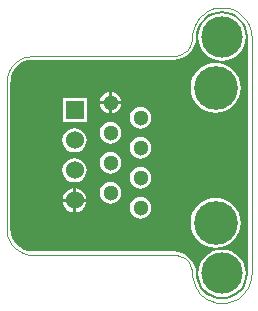
<source format=gbl>
G04*
G04 #@! TF.GenerationSoftware,Altium Limited,Altium Designer,18.1.7 (191)*
G04*
G04 Layer_Physical_Order=2*
G04 Layer_Color=16711680*
%FSLAX44Y44*%
%MOMM*%
G71*
G01*
G75*
%ADD16C,0.1000*%
%ADD17C,1.3000*%
%ADD18C,3.7000*%
%ADD19C,3.5000*%
%ADD20R,1.5240X1.5240*%
%ADD21C,1.5240*%
G36*
X185987Y254486D02*
X190126Y253231D01*
X193940Y251192D01*
X197283Y248449D01*
X200026Y245106D01*
X202064Y241292D01*
X203320Y237154D01*
X203627Y234033D01*
X203418Y232850D01*
X203418D01*
X203678Y232688D01*
Y34052D01*
X203678Y33012D01*
X203418Y32850D01*
X203418D01*
X203665Y32254D01*
X203622Y31614D01*
X203320Y28546D01*
X202064Y24408D01*
X200026Y20594D01*
X197283Y17251D01*
X193940Y14508D01*
X190126Y12469D01*
X185987Y11214D01*
X181684Y10790D01*
X177380Y11214D01*
X173242Y12469D01*
X169428Y14508D01*
X166085Y17251D01*
X163342Y20594D01*
X161303Y24408D01*
X160048Y28546D01*
X159747Y31602D01*
X159694Y32850D01*
X159694D01*
X159332Y36518D01*
X158262Y40045D01*
X156525Y43296D01*
X154186Y46146D01*
X151337Y48484D01*
X148086Y50222D01*
X144559Y51292D01*
X142115Y51532D01*
X142009Y51543D01*
X140891Y51909D01*
X140886Y51650D01*
X139664Y51622D01*
X21274D01*
X21198Y51607D01*
X17625Y51959D01*
X14117Y53023D01*
X10884Y54751D01*
X8051Y57077D01*
X5725Y59910D01*
X3997Y63144D01*
X2932Y66652D01*
X2581Y70224D01*
X2596Y70300D01*
Y194889D01*
X2763Y195711D01*
X2883Y196000D01*
X2924Y196320D01*
X2924Y196321D01*
X2849Y196502D01*
X2797Y197270D01*
X2932Y198648D01*
X3997Y202156D01*
X5725Y205389D01*
X8051Y208223D01*
X10884Y210549D01*
X14117Y212277D01*
X17625Y213341D01*
X18683Y213445D01*
X19953Y213391D01*
X20498Y213617D01*
X21214Y213678D01*
X140491D01*
Y213645D01*
X144237Y214014D01*
X147840Y215107D01*
X151160Y216882D01*
X154071Y219270D01*
X156459Y222180D01*
X158234Y225501D01*
X159327Y229103D01*
X159696Y232850D01*
X159696D01*
X159747Y234099D01*
X160048Y237154D01*
X161303Y241292D01*
X163342Y245106D01*
X166085Y248449D01*
X169428Y251192D01*
X173242Y253231D01*
X177380Y254486D01*
X181684Y254910D01*
X185987Y254486D01*
D02*
G37*
%LPC*%
G36*
X181684Y252987D02*
X177755Y252600D01*
X173978Y251454D01*
X170496Y249593D01*
X167445Y247089D01*
X164941Y244037D01*
X163080Y240556D01*
X161934Y236779D01*
X161547Y232850D01*
X161934Y228922D01*
X163080Y225144D01*
X164941Y221663D01*
X167445Y218611D01*
X170496Y216107D01*
X173978Y214246D01*
X177755Y213100D01*
X181684Y212713D01*
X185612Y213100D01*
X189390Y214246D01*
X192871Y216107D01*
X195923Y218611D01*
X198427Y221663D01*
X200288Y225144D01*
X201434Y228922D01*
X201821Y232850D01*
X201434Y236779D01*
X200288Y240556D01*
X198427Y244037D01*
X195923Y247089D01*
X192871Y249593D01*
X189390Y251454D01*
X185612Y252600D01*
X181684Y252987D01*
D02*
G37*
G36*
X88644Y186251D02*
Y178570D01*
X96325D01*
X96181Y179660D01*
X95270Y181859D01*
X93821Y183747D01*
X91933Y185196D01*
X89734Y186107D01*
X88644Y186251D01*
D02*
G37*
G36*
X86104D02*
X85014Y186107D01*
X82815Y185196D01*
X80927Y183747D01*
X79477Y181859D01*
X78566Y179660D01*
X78423Y178570D01*
X86104D01*
Y186251D01*
D02*
G37*
G36*
X176274Y211142D02*
X172149Y210736D01*
X168183Y209533D01*
X164528Y207579D01*
X161324Y204949D01*
X158695Y201746D01*
X156741Y198091D01*
X155538Y194125D01*
X155132Y190000D01*
X155538Y185875D01*
X156741Y181909D01*
X158695Y178254D01*
X161324Y175051D01*
X164528Y172421D01*
X168183Y170467D01*
X172149Y169264D01*
X176274Y168858D01*
X180398Y169264D01*
X184364Y170467D01*
X188020Y172421D01*
X191223Y175051D01*
X193853Y178254D01*
X195806Y181909D01*
X197009Y185875D01*
X197416Y190000D01*
X197009Y194125D01*
X195806Y198091D01*
X193853Y201746D01*
X191223Y204949D01*
X188020Y207579D01*
X184364Y209533D01*
X180398Y210736D01*
X176274Y211142D01*
D02*
G37*
G36*
X96325Y176030D02*
X88644D01*
Y168349D01*
X89734Y168493D01*
X91933Y169404D01*
X93821Y170853D01*
X95270Y172741D01*
X96181Y174940D01*
X96325Y176030D01*
D02*
G37*
G36*
X86104D02*
X78423D01*
X78566Y174940D01*
X79477Y172741D01*
X80927Y170853D01*
X82815Y169404D01*
X85014Y168493D01*
X86104Y168349D01*
Y176030D01*
D02*
G37*
G36*
X67054Y181110D02*
X46734D01*
Y160790D01*
X67054D01*
Y181110D01*
D02*
G37*
G36*
X112774Y173718D02*
X110414Y173407D01*
X108215Y172496D01*
X106327Y171047D01*
X104877Y169159D01*
X103967Y166960D01*
X103656Y164600D01*
X103967Y162240D01*
X104877Y160041D01*
X106327Y158153D01*
X108215Y156704D01*
X110414Y155793D01*
X112774Y155482D01*
X115134Y155793D01*
X117333Y156704D01*
X119221Y158153D01*
X120670Y160041D01*
X121581Y162240D01*
X121892Y164600D01*
X121581Y166960D01*
X120670Y169159D01*
X119221Y171047D01*
X117333Y172496D01*
X115134Y173407D01*
X112774Y173718D01*
D02*
G37*
G36*
X87374Y161018D02*
X85014Y160707D01*
X82815Y159796D01*
X80927Y158347D01*
X79477Y156459D01*
X78566Y154260D01*
X78256Y151900D01*
X78566Y149540D01*
X79477Y147341D01*
X80927Y145453D01*
X82815Y144004D01*
X85014Y143093D01*
X87374Y142782D01*
X89734Y143093D01*
X91933Y144004D01*
X93821Y145453D01*
X95270Y147341D01*
X96181Y149540D01*
X96492Y151900D01*
X96181Y154260D01*
X95270Y156459D01*
X93821Y158347D01*
X91933Y159796D01*
X89734Y160707D01*
X87374Y161018D01*
D02*
G37*
G36*
X56894Y155798D02*
X54241Y155449D01*
X51770Y154425D01*
X49648Y152796D01*
X48019Y150674D01*
X46995Y148202D01*
X46646Y145550D01*
X46995Y142898D01*
X48019Y140426D01*
X49648Y138304D01*
X51770Y136675D01*
X54241Y135652D01*
X56894Y135302D01*
X59546Y135652D01*
X62018Y136675D01*
X64140Y138304D01*
X65769Y140426D01*
X66792Y142898D01*
X67141Y145550D01*
X66792Y148202D01*
X65769Y150674D01*
X64140Y152796D01*
X62018Y154425D01*
X59546Y155449D01*
X56894Y155798D01*
D02*
G37*
G36*
X112774Y148318D02*
X110414Y148007D01*
X108215Y147096D01*
X106327Y145647D01*
X104877Y143759D01*
X103967Y141560D01*
X103656Y139200D01*
X103967Y136840D01*
X104877Y134641D01*
X106327Y132753D01*
X108215Y131304D01*
X110414Y130393D01*
X112774Y130082D01*
X115134Y130393D01*
X117333Y131304D01*
X119221Y132753D01*
X120670Y134641D01*
X121581Y136840D01*
X121892Y139200D01*
X121581Y141560D01*
X120670Y143759D01*
X119221Y145647D01*
X117333Y147096D01*
X115134Y148007D01*
X112774Y148318D01*
D02*
G37*
G36*
X87374Y135618D02*
X85014Y135307D01*
X82815Y134396D01*
X80927Y132947D01*
X79477Y131059D01*
X78566Y128860D01*
X78256Y126500D01*
X78566Y124140D01*
X79477Y121941D01*
X80927Y120053D01*
X82815Y118604D01*
X85014Y117693D01*
X87374Y117382D01*
X89734Y117693D01*
X91933Y118604D01*
X93821Y120053D01*
X95270Y121941D01*
X96181Y124140D01*
X96492Y126500D01*
X96181Y128860D01*
X95270Y131059D01*
X93821Y132947D01*
X91933Y134396D01*
X89734Y135307D01*
X87374Y135618D01*
D02*
G37*
G36*
X56894Y130398D02*
X54241Y130049D01*
X51770Y129025D01*
X49648Y127396D01*
X48019Y125274D01*
X46995Y122802D01*
X46646Y120150D01*
X46995Y117498D01*
X48019Y115026D01*
X49648Y112904D01*
X51770Y111275D01*
X54241Y110252D01*
X56894Y109902D01*
X59546Y110252D01*
X62018Y111275D01*
X64140Y112904D01*
X65769Y115026D01*
X66792Y117498D01*
X67141Y120150D01*
X66792Y122802D01*
X65769Y125274D01*
X64140Y127396D01*
X62018Y129025D01*
X59546Y130049D01*
X56894Y130398D01*
D02*
G37*
G36*
X112774Y122918D02*
X110414Y122607D01*
X108215Y121696D01*
X106327Y120247D01*
X104877Y118359D01*
X103967Y116160D01*
X103656Y113800D01*
X103967Y111440D01*
X104877Y109241D01*
X106327Y107353D01*
X108215Y105904D01*
X110414Y104993D01*
X112774Y104682D01*
X115134Y104993D01*
X117333Y105904D01*
X119221Y107353D01*
X120670Y109241D01*
X121581Y111440D01*
X121892Y113800D01*
X121581Y116160D01*
X120670Y118359D01*
X119221Y120247D01*
X117333Y121696D01*
X115134Y122607D01*
X112774Y122918D01*
D02*
G37*
G36*
X58164Y104831D02*
Y96020D01*
X66974D01*
X66792Y97402D01*
X65769Y99874D01*
X64140Y101996D01*
X62018Y103625D01*
X59546Y104649D01*
X58164Y104831D01*
D02*
G37*
G36*
X55624D02*
X54241Y104649D01*
X51770Y103625D01*
X49648Y101996D01*
X48019Y99874D01*
X46995Y97402D01*
X46813Y96020D01*
X55624D01*
Y104831D01*
D02*
G37*
G36*
X87374Y110218D02*
X85014Y109907D01*
X82815Y108996D01*
X80927Y107547D01*
X79477Y105659D01*
X78566Y103460D01*
X78256Y101100D01*
X78566Y98740D01*
X79477Y96541D01*
X80927Y94653D01*
X82815Y93204D01*
X85014Y92293D01*
X87374Y91982D01*
X89734Y92293D01*
X91933Y93204D01*
X93821Y94653D01*
X95270Y96541D01*
X96181Y98740D01*
X96492Y101100D01*
X96181Y103460D01*
X95270Y105659D01*
X93821Y107547D01*
X91933Y108996D01*
X89734Y109907D01*
X87374Y110218D01*
D02*
G37*
G36*
X66974Y93480D02*
X58164D01*
Y84670D01*
X59546Y84852D01*
X62018Y85875D01*
X64140Y87504D01*
X65769Y89626D01*
X66792Y92098D01*
X66974Y93480D01*
D02*
G37*
G36*
X55624D02*
X46813D01*
X46995Y92098D01*
X48019Y89626D01*
X49648Y87504D01*
X51770Y85875D01*
X54241Y84852D01*
X55624Y84670D01*
Y93480D01*
D02*
G37*
G36*
X112774Y97518D02*
X110414Y97207D01*
X108215Y96296D01*
X106327Y94847D01*
X104877Y92959D01*
X103967Y90760D01*
X103656Y88400D01*
X103967Y86040D01*
X104877Y83841D01*
X106327Y81953D01*
X108215Y80504D01*
X110414Y79593D01*
X112774Y79282D01*
X115134Y79593D01*
X117333Y80504D01*
X119221Y81953D01*
X120670Y83841D01*
X121581Y86040D01*
X121892Y88400D01*
X121581Y90760D01*
X120670Y92959D01*
X119221Y94847D01*
X117333Y96296D01*
X115134Y97207D01*
X112774Y97518D01*
D02*
G37*
G36*
X176274Y96842D02*
X172149Y96436D01*
X168183Y95232D01*
X164528Y93279D01*
X161324Y90649D01*
X158695Y87446D01*
X156741Y83791D01*
X155538Y79825D01*
X155132Y75700D01*
X155538Y71575D01*
X156741Y67609D01*
X158695Y63954D01*
X161324Y60750D01*
X164528Y58121D01*
X168183Y56167D01*
X172149Y54964D01*
X176274Y54558D01*
X180398Y54964D01*
X184364Y56167D01*
X188020Y58121D01*
X191223Y60750D01*
X193853Y63954D01*
X195806Y67609D01*
X197009Y71575D01*
X197416Y75700D01*
X197009Y79825D01*
X195806Y83791D01*
X193853Y87446D01*
X191223Y90649D01*
X188020Y93279D01*
X184364Y95232D01*
X180398Y96436D01*
X176274Y96842D01*
D02*
G37*
G36*
X181684Y52987D02*
X177755Y52600D01*
X173978Y51454D01*
X170496Y49593D01*
X167445Y47089D01*
X164941Y44037D01*
X163080Y40556D01*
X161934Y36779D01*
X161547Y32850D01*
X161934Y28921D01*
X163080Y25144D01*
X164941Y21662D01*
X167445Y18611D01*
X170496Y16107D01*
X173978Y14246D01*
X177755Y13100D01*
X181684Y12713D01*
X185612Y13100D01*
X189390Y14246D01*
X192871Y16107D01*
X195923Y18611D01*
X198427Y21662D01*
X200288Y25144D01*
X201434Y28921D01*
X201821Y32850D01*
X201434Y36779D01*
X200288Y40556D01*
X198427Y44037D01*
X195923Y47089D01*
X192871Y49593D01*
X189390Y51454D01*
X185612Y52600D01*
X181684Y52987D01*
D02*
G37*
%LPD*%
D16*
X-504Y70300D02*
X-345Y67675D01*
X129Y65088D01*
X911Y62578D01*
X1991Y60179D01*
X3351Y57929D01*
X4973Y55859D01*
X6833Y53999D01*
X8903Y52377D01*
X11153Y51017D01*
X13551Y49938D01*
X16062Y49155D01*
X18649Y48681D01*
X21274Y48522D01*
X140886D02*
X140891Y48522D01*
X156563Y32850D02*
X156370Y35302D01*
X155796Y37693D01*
X154855Y39965D01*
X153570Y42062D01*
X151973Y43932D01*
X150103Y45529D01*
X148006Y46814D01*
X145734Y47755D01*
X143343Y48329D01*
X140891Y48522D01*
X156563Y32850D02*
X156692Y30309D01*
X157077Y27793D01*
X157715Y25330D01*
X158599Y22943D01*
X159720Y20659D01*
X161066Y18499D01*
X162623Y16487D01*
X164377Y14643D01*
X166307Y12985D01*
X168396Y11531D01*
X170621Y10296D01*
X172959Y9293D01*
X175387Y8531D01*
X177880Y8019D01*
X180412Y7762D01*
X182956D01*
X185488Y8019D01*
X187980Y8531D01*
X190408Y9293D01*
X192747Y10297D01*
X194972Y11531D01*
X197060Y12985D01*
X198991Y14643D01*
X200744Y16487D01*
X202302Y18499D01*
X203648Y20659D01*
X204769Y22944D01*
X205653Y25330D01*
X206290Y27793D01*
X206676Y30309D01*
X206805Y32850D01*
X206778Y33012D01*
Y232688D02*
X206805Y232850D01*
X206676Y235391D01*
X206290Y237907D01*
X205653Y240370D01*
X204769Y242757D01*
X203648Y245041D01*
X202302Y247201D01*
X200744Y249213D01*
X198991Y251057D01*
X197060Y252715D01*
X194972Y254168D01*
X192747Y255403D01*
X190408Y256407D01*
X187980Y257169D01*
X185488Y257681D01*
X182956Y257938D01*
X180411D01*
X177880Y257681D01*
X175387Y257169D01*
X172959Y256407D01*
X170621Y255403D01*
X168396Y254168D01*
X166307Y252715D01*
X164377Y251057D01*
X162623Y249213D01*
X161066Y247201D01*
X159720Y245041D01*
X158599Y242757D01*
X157715Y240370D01*
X157077Y237907D01*
X156692Y235391D01*
X156563Y232850D01*
X140491Y216778D02*
X143005Y216975D01*
X145457Y217564D01*
X147788Y218529D01*
X149938Y219847D01*
X151856Y221485D01*
X153494Y223403D01*
X154811Y225553D01*
X155777Y227883D01*
X156365Y230336D01*
X156563Y232850D01*
X19953Y216778D02*
X19724Y216722D01*
X17139Y216381D01*
X14614Y215734D01*
X12184Y214790D01*
X9884Y213562D01*
X7747Y212068D01*
X5805Y210329D01*
X4084Y208370D01*
X2609Y206220D01*
X1402Y203909D01*
X480Y201471D01*
X-144Y198940D01*
X-462Y196352D01*
X-462Y196352D02*
X-453Y196221D01*
X-453Y196221D02*
X-504Y196000D01*
X21274Y48522D02*
X140886D01*
X156563Y32850D02*
Y32850D01*
X206778Y33012D02*
Y232688D01*
X19953Y216778D02*
X140491D01*
X-462Y196352D02*
X-462Y196352D01*
X-453Y196221D02*
X-453Y196221D01*
X-504Y70300D02*
Y196000D01*
D17*
X112774Y88400D02*
D03*
Y113800D02*
D03*
X87374Y101100D02*
D03*
X112774Y139200D02*
D03*
X87374Y126500D02*
D03*
Y151900D02*
D03*
X112774Y164600D02*
D03*
X87374Y177300D02*
D03*
D18*
X176274Y190000D02*
D03*
Y75700D02*
D03*
D19*
X181684Y32850D02*
D03*
Y232850D02*
D03*
D20*
X56894Y170950D02*
D03*
D21*
Y145550D02*
D03*
Y120150D02*
D03*
Y94750D02*
D03*
M02*

</source>
